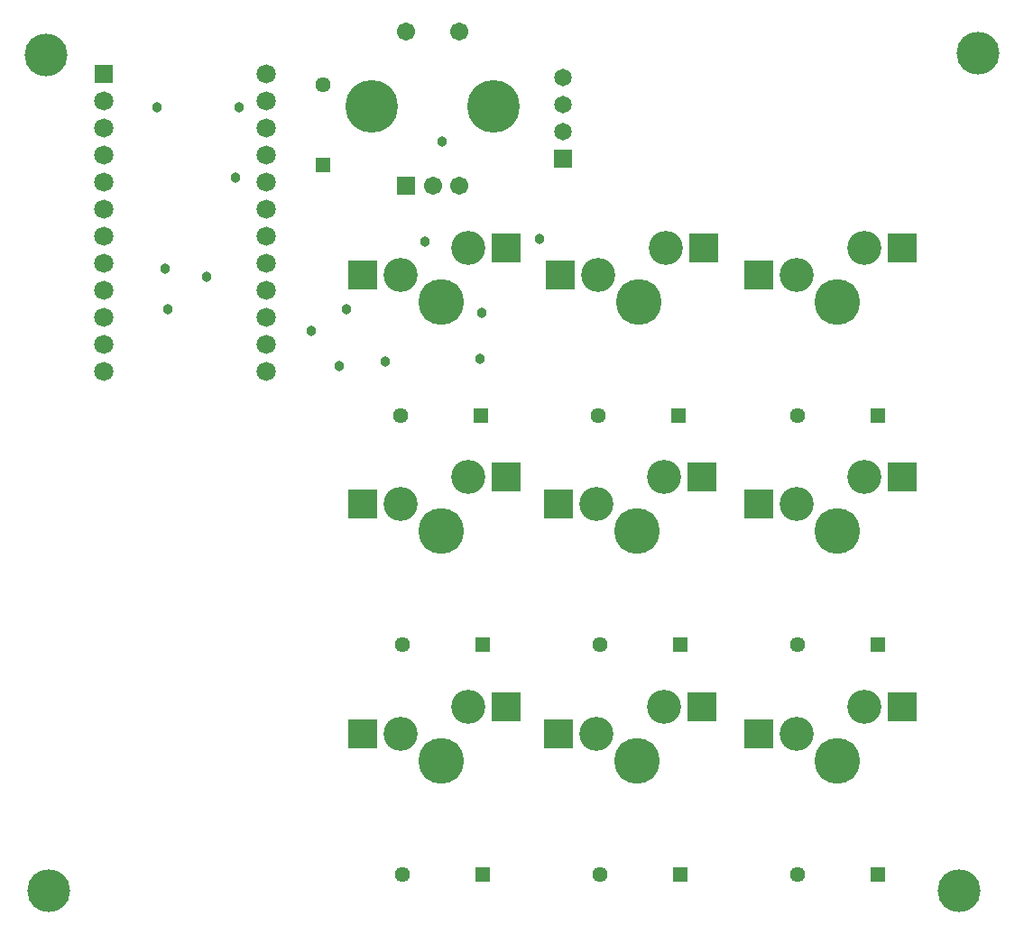
<source format=gbs>
G04*
G04 #@! TF.GenerationSoftware,Altium Limited,Altium Designer,25.8.1 (18)*
G04*
G04 Layer_Color=16711935*
%FSLAX25Y25*%
%MOIN*%
G70*
G04*
G04 #@! TF.SameCoordinates,62C80C61-A7C9-4306-83B5-3B4BC263EF3F*
G04*
G04*
G04 #@! TF.FilePolarity,Negative*
G04*
G01*
G75*
G04:AMPARAMS|DCode=15|XSize=70.99mil|YSize=70.99mil|CornerRadius=35.5mil|HoleSize=0mil|Usage=FLASHONLY|Rotation=180.000|XOffset=0mil|YOffset=0mil|HoleType=Round|Shape=RoundedRectangle|*
%AMROUNDEDRECTD15*
21,1,0.07099,0.00000,0,0,180.0*
21,1,0.00000,0.07099,0,0,180.0*
1,1,0.07099,0.00000,0.00000*
1,1,0.07099,0.00000,0.00000*
1,1,0.07099,0.00000,0.00000*
1,1,0.07099,0.00000,0.00000*
%
%ADD15ROUNDEDRECTD15*%
%ADD16R,0.07099X0.07099*%
%ADD17C,0.06706*%
%ADD18R,0.06706X0.06706*%
%ADD19C,0.19461*%
%ADD20R,0.06509X0.06509*%
%ADD21C,0.05674*%
%ADD22R,0.05674X0.05674*%
%ADD23C,0.06509*%
%ADD24C,0.16900*%
%ADD25C,0.12611*%
%ADD26C,0.15800*%
%ADD27R,0.05674X0.05674*%
%ADD28C,0.03800*%
%ADD46R,0.10839X0.10642*%
D15*
X111000Y215000D02*
D03*
Y225000D02*
D03*
Y235000D02*
D03*
X171000Y325000D02*
D03*
X111000Y245000D02*
D03*
X171000Y315000D02*
D03*
X111000Y255000D02*
D03*
X171000Y305000D02*
D03*
X111000Y265000D02*
D03*
X171000Y295000D02*
D03*
X111000Y275000D02*
D03*
X171000Y285000D02*
D03*
X111000D02*
D03*
X171000Y275000D02*
D03*
X111000Y295000D02*
D03*
X171000Y265000D02*
D03*
X111000Y305000D02*
D03*
X171000Y255000D02*
D03*
X111000Y315000D02*
D03*
X171000Y245000D02*
D03*
Y235000D02*
D03*
Y225000D02*
D03*
Y215000D02*
D03*
D16*
X111000Y325000D02*
D03*
D17*
X222657Y340587D02*
D03*
X242342Y283500D02*
D03*
Y340587D02*
D03*
X232500Y283500D02*
D03*
D18*
X222657D02*
D03*
D19*
X210059Y313028D02*
D03*
X254941D02*
D03*
D20*
X280500Y293500D02*
D03*
D21*
X192000Y320837D02*
D03*
X367163Y198500D02*
D03*
X293663D02*
D03*
X220663D02*
D03*
X367163Y29000D02*
D03*
X294163D02*
D03*
X221163D02*
D03*
Y114000D02*
D03*
X294163D02*
D03*
X367163D02*
D03*
D22*
X192000Y291163D02*
D03*
D23*
X280500Y303500D02*
D03*
Y313500D02*
D03*
Y323500D02*
D03*
D24*
X235500Y240500D02*
D03*
X382000Y71000D02*
D03*
X308000D02*
D03*
X235500D02*
D03*
X382000Y156000D02*
D03*
X308000D02*
D03*
X235500D02*
D03*
X308500Y240500D02*
D03*
X382000D02*
D03*
D25*
X392000Y176000D02*
D03*
X367000Y166000D02*
D03*
X318000Y176000D02*
D03*
X293000Y166000D02*
D03*
X245500Y260500D02*
D03*
X220500Y250500D02*
D03*
X318500Y260500D02*
D03*
X293500Y250500D02*
D03*
X318000Y91000D02*
D03*
X293000Y81000D02*
D03*
X392000Y91000D02*
D03*
X367000Y81000D02*
D03*
X245500Y91000D02*
D03*
X220500Y81000D02*
D03*
X245500Y176000D02*
D03*
X220500Y166000D02*
D03*
X392000Y260500D02*
D03*
X367000Y250500D02*
D03*
D26*
X434000Y332500D02*
D03*
X90500Y23000D02*
D03*
X427000D02*
D03*
X89500Y332000D02*
D03*
D27*
X323337Y198500D02*
D03*
X396837D02*
D03*
X250337D02*
D03*
X250837Y114000D02*
D03*
X323837D02*
D03*
X396837D02*
D03*
X250837Y29000D02*
D03*
X323837D02*
D03*
X396837D02*
D03*
D28*
X198000Y217000D02*
D03*
X187500Y230000D02*
D03*
X149000Y250000D02*
D03*
X134500Y238000D02*
D03*
X133500Y253000D02*
D03*
X229500Y263000D02*
D03*
X250000Y219500D02*
D03*
X215000Y218500D02*
D03*
X250500Y236500D02*
D03*
X200500Y238000D02*
D03*
X236000Y300000D02*
D03*
X130500Y312500D02*
D03*
X161000D02*
D03*
X159500Y286500D02*
D03*
X272000Y264000D02*
D03*
D46*
X259476Y91000D02*
D03*
Y176000D02*
D03*
Y260500D02*
D03*
X353024Y166000D02*
D03*
X405976Y176000D02*
D03*
X279024Y166000D02*
D03*
X331976Y176000D02*
D03*
X206524Y250500D02*
D03*
X279524D02*
D03*
X332476Y260500D02*
D03*
X279024Y81000D02*
D03*
X331976Y91000D02*
D03*
X353024Y81000D02*
D03*
X405976Y91000D02*
D03*
X206524Y81000D02*
D03*
Y166000D02*
D03*
X353024Y250500D02*
D03*
X405976Y260500D02*
D03*
M02*

</source>
